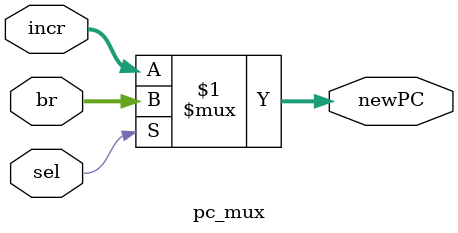
<source format=v>
`timescale 1ns / 1ps

module pc_mux (
		input sel,            //from control
		input [31:0] br,     //branch pc
		input [31:0] incr,   //incrementor pc
		output [31:0] newPC
			   );
			  
	assign newPC = sel ? br : incr;
	
endmodule
</source>
